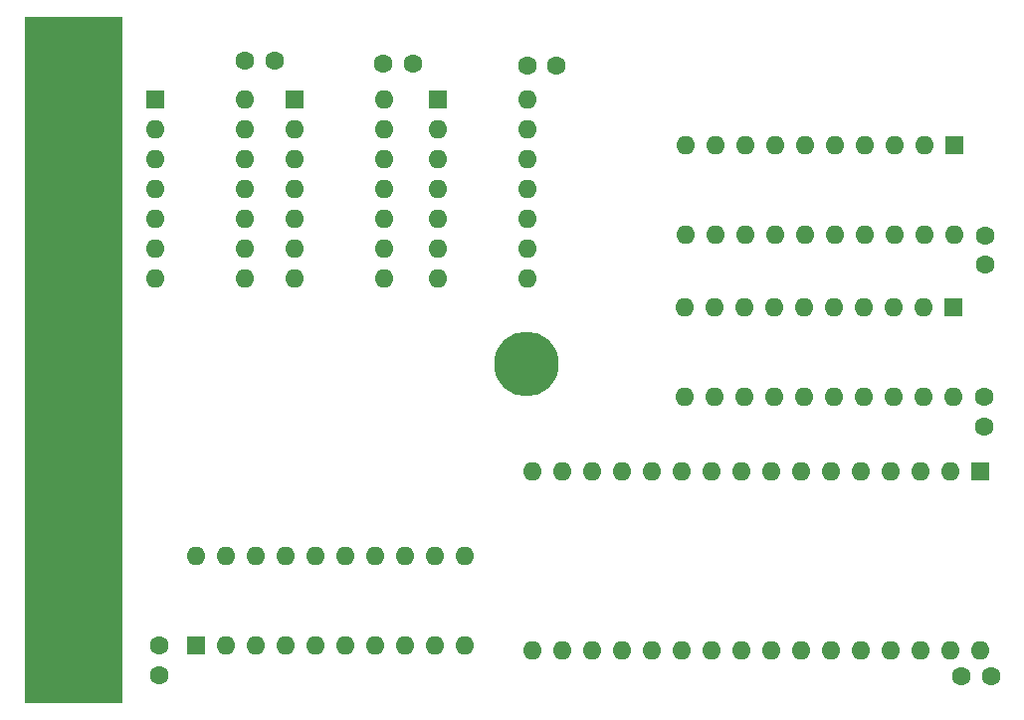
<source format=gbr>
%TF.GenerationSoftware,KiCad,Pcbnew,(6.0.8-1)-1*%
%TF.CreationDate,2023-02-02T17:23:50+01:00*%
%TF.ProjectId,OpenC64Cart,4f70656e-4336-4344-9361-72742e6b6963,2*%
%TF.SameCoordinates,Original*%
%TF.FileFunction,Soldermask,Bot*%
%TF.FilePolarity,Negative*%
%FSLAX46Y46*%
G04 Gerber Fmt 4.6, Leading zero omitted, Abs format (unit mm)*
G04 Created by KiCad (PCBNEW (6.0.8-1)-1) date 2023-02-02 17:23:50*
%MOMM*%
%LPD*%
G01*
G04 APERTURE LIST*
%ADD10R,1.600000X1.600000*%
%ADD11O,1.600000X1.600000*%
%ADD12C,1.600000*%
%ADD13R,8.000000X1.524000*%
%ADD14R,8.300000X58.420000*%
%ADD15C,5.500000*%
G04 APERTURE END LIST*
D10*
%TO.C,U3*%
X138270000Y-66390000D03*
D11*
X138270000Y-68930000D03*
X138270000Y-71470000D03*
X138270000Y-74010000D03*
X138270000Y-76550000D03*
X138270000Y-79090000D03*
X138270000Y-81630000D03*
X145890000Y-81630000D03*
X145890000Y-79090000D03*
X145890000Y-76550000D03*
X145890000Y-74010000D03*
X145890000Y-71470000D03*
X145890000Y-68930000D03*
X145890000Y-66390000D03*
%TD*%
D12*
%TO.C,C8*%
X185340000Y-115500000D03*
X182840000Y-115500000D03*
%TD*%
%TO.C,C1*%
X184860000Y-80440000D03*
X184860000Y-77940000D03*
%TD*%
D13*
%TO.C,U7*%
X107390774Y-115207500D03*
X107390774Y-112667500D03*
X107390774Y-110127500D03*
X107390774Y-107587500D03*
X107390774Y-105047500D03*
X107390774Y-102507500D03*
X107390774Y-99967500D03*
X107390774Y-97427500D03*
X107390774Y-94887500D03*
X107390774Y-92347500D03*
X107390774Y-89807500D03*
X107390774Y-87267500D03*
X107390774Y-84727500D03*
X107390774Y-82187500D03*
X107390774Y-79647500D03*
X107390774Y-77107500D03*
X107390774Y-74567500D03*
X107390774Y-72027500D03*
X107390774Y-69487500D03*
X107390774Y-66947500D03*
X107390774Y-64407500D03*
X107390774Y-61867500D03*
D14*
X107262500Y-88537500D03*
%TD*%
D11*
%TO.C,SRAM1*%
X184470000Y-113285000D03*
X181930000Y-113285000D03*
X179390000Y-113285000D03*
X176850000Y-113285000D03*
X174310000Y-113285000D03*
X171770000Y-113285000D03*
X169230000Y-113285000D03*
X166690000Y-113285000D03*
X164150000Y-113285000D03*
X161610000Y-113285000D03*
X159070000Y-113285000D03*
X156530000Y-113285000D03*
X153990000Y-113285000D03*
X151450000Y-113285000D03*
X148910000Y-113285000D03*
X146370000Y-113285000D03*
X146370000Y-98045000D03*
X148910000Y-98045000D03*
X151450000Y-98045000D03*
X153990000Y-98045000D03*
X156530000Y-98045000D03*
X159070000Y-98045000D03*
X161610000Y-98045000D03*
X164150000Y-98045000D03*
X166690000Y-98045000D03*
X169230000Y-98045000D03*
X171770000Y-98045000D03*
X174310000Y-98045000D03*
X176850000Y-98045000D03*
X179390000Y-98045000D03*
X181930000Y-98045000D03*
D10*
X184470000Y-98045000D03*
%TD*%
D12*
%TO.C,C2*%
X124400000Y-63070000D03*
X121900000Y-63070000D03*
%TD*%
D11*
%TO.C,U1*%
X121830000Y-66370000D03*
X121830000Y-68910000D03*
X121830000Y-71450000D03*
X121830000Y-73990000D03*
X121830000Y-76530000D03*
X121830000Y-79070000D03*
X121830000Y-81610000D03*
X114210000Y-81610000D03*
X114210000Y-79070000D03*
X114210000Y-76530000D03*
X114210000Y-73990000D03*
X114210000Y-71450000D03*
X114210000Y-68910000D03*
D10*
X114210000Y-66370000D03*
%TD*%
D15*
%TO.C,H1*%
X145846800Y-88874600D03*
%TD*%
D10*
%TO.C,U4*%
X182150000Y-84060000D03*
D11*
X179610000Y-84060000D03*
X177070000Y-84060000D03*
X174530000Y-84060000D03*
X171990000Y-84060000D03*
X169450000Y-84060000D03*
X166910000Y-84060000D03*
X164370000Y-84060000D03*
X161830000Y-84060000D03*
X159290000Y-84060000D03*
X159290000Y-91680000D03*
X161830000Y-91680000D03*
X164370000Y-91680000D03*
X166910000Y-91680000D03*
X169450000Y-91680000D03*
X171990000Y-91680000D03*
X174530000Y-91680000D03*
X177070000Y-91680000D03*
X179610000Y-91680000D03*
X182150000Y-91680000D03*
%TD*%
D12*
%TO.C,C3*%
X114600000Y-115370000D03*
X114600000Y-112870000D03*
%TD*%
%TO.C,C4*%
X184790000Y-94230000D03*
X184790000Y-91730000D03*
%TD*%
%TO.C,C5*%
X148370000Y-63490000D03*
X145870000Y-63490000D03*
%TD*%
D11*
%TO.C,U2*%
X133680000Y-66400000D03*
X133680000Y-68940000D03*
X133680000Y-71480000D03*
X133680000Y-74020000D03*
X133680000Y-76560000D03*
X133680000Y-79100000D03*
X133680000Y-81640000D03*
X126060000Y-81640000D03*
X126060000Y-79100000D03*
X126060000Y-76560000D03*
X126060000Y-74020000D03*
X126060000Y-71480000D03*
X126060000Y-68940000D03*
D10*
X126060000Y-66400000D03*
%TD*%
%TO.C,U6*%
X117730000Y-112850000D03*
D11*
X120270000Y-112850000D03*
X122810000Y-112850000D03*
X125350000Y-112850000D03*
X127890000Y-112850000D03*
X130430000Y-112850000D03*
X132970000Y-112850000D03*
X135510000Y-112850000D03*
X138050000Y-112850000D03*
X140590000Y-112850000D03*
X140590000Y-105230000D03*
X138050000Y-105230000D03*
X135510000Y-105230000D03*
X132970000Y-105230000D03*
X130430000Y-105230000D03*
X127890000Y-105230000D03*
X125350000Y-105230000D03*
X122810000Y-105230000D03*
X120270000Y-105230000D03*
X117730000Y-105230000D03*
%TD*%
D12*
%TO.C,C7*%
X133670000Y-63360000D03*
X136170000Y-63360000D03*
%TD*%
D10*
%TO.C,U5*%
X182190000Y-70260000D03*
D11*
X179650000Y-70260000D03*
X177110000Y-70260000D03*
X174570000Y-70260000D03*
X172030000Y-70260000D03*
X169490000Y-70260000D03*
X166950000Y-70260000D03*
X164410000Y-70260000D03*
X161870000Y-70260000D03*
X159330000Y-70260000D03*
X159330000Y-77880000D03*
X161870000Y-77880000D03*
X164410000Y-77880000D03*
X166950000Y-77880000D03*
X169490000Y-77880000D03*
X172030000Y-77880000D03*
X174570000Y-77880000D03*
X177110000Y-77880000D03*
X179650000Y-77880000D03*
X182190000Y-77880000D03*
%TD*%
M02*

</source>
